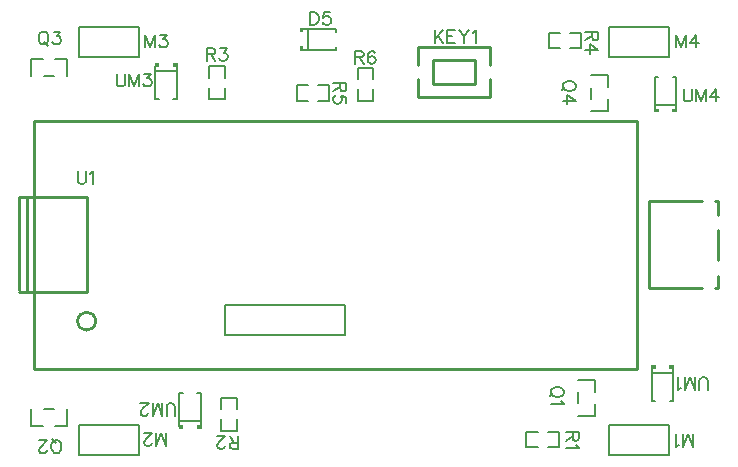
<source format=gto>
G04 Layer: TopSilkscreenLayer*
G04 EasyEDA v6.5.34, 2023-08-13 08:00:09*
G04 3ef975804e8146baa9bbefacfd0b45dc,794d3a8cdbfe417db23b3599569a6dff,10*
G04 Gerber Generator version 0.2*
G04 Scale: 100 percent, Rotated: No, Reflected: No *
G04 Dimensions in millimeters *
G04 leading zeros omitted , absolute positions ,4 integer and 5 decimal *
%FSLAX45Y45*%
%MOMM*%

%ADD10C,0.1524*%
%ADD11C,0.2540*%
%ADD12C,0.2032*%
%ADD13C,0.2030*%

%LPD*%
D10*
X324357Y-3798315D02*
G01*
X334771Y-3793236D01*
X345186Y-3782821D01*
X350520Y-3772407D01*
X355600Y-3756660D01*
X355600Y-3730752D01*
X350520Y-3715257D01*
X345186Y-3704844D01*
X334771Y-3694429D01*
X324357Y-3689350D01*
X303529Y-3689350D01*
X293370Y-3694429D01*
X282955Y-3704844D01*
X277621Y-3715257D01*
X272542Y-3730752D01*
X272542Y-3756660D01*
X277621Y-3772407D01*
X282955Y-3782821D01*
X293370Y-3793236D01*
X303529Y-3798315D01*
X324357Y-3798315D01*
X308863Y-3709923D02*
G01*
X277621Y-3678936D01*
X232918Y-3772407D02*
G01*
X232918Y-3777487D01*
X227837Y-3787902D01*
X222504Y-3793236D01*
X212089Y-3798315D01*
X191515Y-3798315D01*
X181102Y-3793236D01*
X175768Y-3787902D01*
X170687Y-3777487D01*
X170687Y-3767073D01*
X175768Y-3756660D01*
X186181Y-3741165D01*
X238252Y-3689350D01*
X165354Y-3689350D01*
X2463800Y-62484D02*
G01*
X2463800Y-171450D01*
X2463800Y-62484D02*
G01*
X2500122Y-62484D01*
X2515870Y-67563D01*
X2526029Y-77978D01*
X2531363Y-88392D01*
X2536443Y-104139D01*
X2536443Y-130047D01*
X2531363Y-145542D01*
X2526029Y-155955D01*
X2515870Y-166370D01*
X2500122Y-171450D01*
X2463800Y-171450D01*
X2633218Y-62484D02*
G01*
X2581147Y-62484D01*
X2576068Y-109220D01*
X2581147Y-104139D01*
X2596895Y-98805D01*
X2612390Y-98805D01*
X2627884Y-104139D01*
X2638297Y-114300D01*
X2643631Y-130047D01*
X2643631Y-140462D01*
X2638297Y-155955D01*
X2627884Y-166370D01*
X2612390Y-171450D01*
X2596895Y-171450D01*
X2581147Y-166370D01*
X2576068Y-161289D01*
X2570734Y-150876D01*
X3517900Y-214884D02*
G01*
X3517900Y-323850D01*
X3590543Y-214884D02*
G01*
X3517900Y-287528D01*
X3543808Y-261620D02*
G01*
X3590543Y-323850D01*
X3624834Y-214884D02*
G01*
X3624834Y-323850D01*
X3624834Y-214884D02*
G01*
X3692397Y-214884D01*
X3624834Y-266700D02*
G01*
X3666490Y-266700D01*
X3624834Y-323850D02*
G01*
X3692397Y-323850D01*
X3726688Y-214884D02*
G01*
X3768343Y-266700D01*
X3768343Y-323850D01*
X3810000Y-214884D02*
G01*
X3768343Y-266700D01*
X3844290Y-235712D02*
G01*
X3854450Y-230378D01*
X3870197Y-214884D01*
X3870197Y-323850D01*
X4611115Y-3269742D02*
G01*
X4606036Y-3259328D01*
X4595622Y-3248913D01*
X4585208Y-3243579D01*
X4569459Y-3238500D01*
X4543552Y-3238500D01*
X4528058Y-3243579D01*
X4517643Y-3248913D01*
X4507229Y-3259328D01*
X4502150Y-3269742D01*
X4502150Y-3290570D01*
X4507229Y-3300729D01*
X4517643Y-3311144D01*
X4528058Y-3316478D01*
X4543552Y-3321557D01*
X4569459Y-3321557D01*
X4585208Y-3316478D01*
X4595622Y-3311144D01*
X4606036Y-3300729D01*
X4611115Y-3290570D01*
X4611115Y-3269742D01*
X4522724Y-3285236D02*
G01*
X4491736Y-3316478D01*
X4590288Y-3355847D02*
G01*
X4595622Y-3366262D01*
X4611115Y-3382010D01*
X4502150Y-3382010D01*
X196342Y-227584D02*
G01*
X185928Y-232663D01*
X175513Y-243078D01*
X170179Y-253492D01*
X165100Y-269239D01*
X165100Y-295147D01*
X170179Y-310642D01*
X175513Y-321055D01*
X185928Y-331470D01*
X196342Y-336550D01*
X217170Y-336550D01*
X227329Y-331470D01*
X237744Y-321055D01*
X243078Y-310642D01*
X248157Y-295147D01*
X248157Y-269239D01*
X243078Y-253492D01*
X237744Y-243078D01*
X227329Y-232663D01*
X217170Y-227584D01*
X196342Y-227584D01*
X211836Y-315976D02*
G01*
X243078Y-346963D01*
X292862Y-227584D02*
G01*
X350012Y-227584D01*
X318770Y-269239D01*
X334518Y-269239D01*
X344931Y-274320D01*
X350012Y-279400D01*
X355345Y-295147D01*
X355345Y-305562D01*
X350012Y-321055D01*
X339597Y-331470D01*
X324104Y-336550D01*
X308610Y-336550D01*
X292862Y-331470D01*
X287781Y-326389D01*
X282447Y-315976D01*
X4712715Y-678942D02*
G01*
X4707636Y-668528D01*
X4697222Y-658113D01*
X4686808Y-652779D01*
X4671059Y-647700D01*
X4645152Y-647700D01*
X4629658Y-652779D01*
X4619243Y-658113D01*
X4608829Y-668528D01*
X4603750Y-678942D01*
X4603750Y-699770D01*
X4608829Y-709929D01*
X4619243Y-720344D01*
X4629658Y-725678D01*
X4645152Y-730757D01*
X4671059Y-730757D01*
X4686808Y-725678D01*
X4697222Y-720344D01*
X4707636Y-709929D01*
X4712715Y-699770D01*
X4712715Y-678942D01*
X4624324Y-694436D02*
G01*
X4593336Y-725678D01*
X4712715Y-817118D02*
G01*
X4640072Y-765047D01*
X4640072Y-843026D01*
X4712715Y-817118D02*
G01*
X4603750Y-817118D01*
X4738115Y-3619500D02*
G01*
X4629150Y-3619500D01*
X4738115Y-3619500D02*
G01*
X4738115Y-3666236D01*
X4733036Y-3681729D01*
X4727702Y-3687063D01*
X4717288Y-3692144D01*
X4706874Y-3692144D01*
X4696459Y-3687063D01*
X4691379Y-3681729D01*
X4686300Y-3666236D01*
X4686300Y-3619500D01*
X4686300Y-3655821D02*
G01*
X4629150Y-3692144D01*
X4717288Y-3726434D02*
G01*
X4722622Y-3736847D01*
X4738115Y-3752595D01*
X4629150Y-3752595D01*
X1854200Y-3760215D02*
G01*
X1854200Y-3651250D01*
X1854200Y-3760215D02*
G01*
X1807463Y-3760215D01*
X1791970Y-3755136D01*
X1786636Y-3749802D01*
X1781555Y-3739387D01*
X1781555Y-3728973D01*
X1786636Y-3718560D01*
X1791970Y-3713479D01*
X1807463Y-3708400D01*
X1854200Y-3708400D01*
X1817878Y-3708400D02*
G01*
X1781555Y-3651250D01*
X1741931Y-3734307D02*
G01*
X1741931Y-3739387D01*
X1736852Y-3749802D01*
X1731518Y-3755136D01*
X1721104Y-3760215D01*
X1700529Y-3760215D01*
X1690115Y-3755136D01*
X1684781Y-3749802D01*
X1679702Y-3739387D01*
X1679702Y-3728973D01*
X1684781Y-3718560D01*
X1695195Y-3703065D01*
X1747265Y-3651250D01*
X1674368Y-3651250D01*
X1587500Y-367284D02*
G01*
X1587500Y-476250D01*
X1587500Y-367284D02*
G01*
X1634236Y-367284D01*
X1649729Y-372363D01*
X1655063Y-377697D01*
X1660144Y-388112D01*
X1660144Y-398526D01*
X1655063Y-408939D01*
X1649729Y-414020D01*
X1634236Y-419100D01*
X1587500Y-419100D01*
X1623821Y-419100D02*
G01*
X1660144Y-476250D01*
X1704847Y-367284D02*
G01*
X1761997Y-367284D01*
X1731010Y-408939D01*
X1746504Y-408939D01*
X1756918Y-414020D01*
X1761997Y-419100D01*
X1767331Y-434847D01*
X1767331Y-445262D01*
X1761997Y-460755D01*
X1751584Y-471170D01*
X1736089Y-476250D01*
X1720595Y-476250D01*
X1704847Y-471170D01*
X1699768Y-466089D01*
X1694434Y-455676D01*
X4903215Y-228600D02*
G01*
X4794250Y-228600D01*
X4903215Y-228600D02*
G01*
X4903215Y-275336D01*
X4898136Y-290829D01*
X4892802Y-296163D01*
X4882388Y-301244D01*
X4871974Y-301244D01*
X4861559Y-296163D01*
X4856479Y-290829D01*
X4851400Y-275336D01*
X4851400Y-228600D01*
X4851400Y-264921D02*
G01*
X4794250Y-301244D01*
X4903215Y-387604D02*
G01*
X4830572Y-335534D01*
X4830572Y-413512D01*
X4903215Y-387604D02*
G01*
X4794250Y-387604D01*
X2769615Y-660400D02*
G01*
X2660650Y-660400D01*
X2769615Y-660400D02*
G01*
X2769615Y-707136D01*
X2764536Y-722629D01*
X2759202Y-727963D01*
X2748788Y-733044D01*
X2738374Y-733044D01*
X2727959Y-727963D01*
X2722879Y-722629D01*
X2717800Y-707136D01*
X2717800Y-660400D01*
X2717800Y-696721D02*
G01*
X2660650Y-733044D01*
X2769615Y-829818D02*
G01*
X2769615Y-777747D01*
X2722879Y-772668D01*
X2727959Y-777747D01*
X2733293Y-793495D01*
X2733293Y-808989D01*
X2727959Y-824484D01*
X2717800Y-834897D01*
X2702052Y-840231D01*
X2691638Y-840231D01*
X2676143Y-834897D01*
X2665729Y-824484D01*
X2660650Y-808989D01*
X2660650Y-793495D01*
X2665729Y-777747D01*
X2670809Y-772668D01*
X2681224Y-767334D01*
X2844800Y-392684D02*
G01*
X2844800Y-501650D01*
X2844800Y-392684D02*
G01*
X2891536Y-392684D01*
X2907029Y-397763D01*
X2912363Y-403097D01*
X2917443Y-413512D01*
X2917443Y-423926D01*
X2912363Y-434339D01*
X2907029Y-439420D01*
X2891536Y-444500D01*
X2844800Y-444500D01*
X2881122Y-444500D02*
G01*
X2917443Y-501650D01*
X3014218Y-408178D02*
G01*
X3008884Y-397763D01*
X2993390Y-392684D01*
X2982975Y-392684D01*
X2967481Y-397763D01*
X2957068Y-413512D01*
X2951734Y-439420D01*
X2951734Y-465328D01*
X2957068Y-486155D01*
X2967481Y-496570D01*
X2982975Y-501650D01*
X2988309Y-501650D01*
X3003804Y-496570D01*
X3014218Y-486155D01*
X3019297Y-470662D01*
X3019297Y-465328D01*
X3014218Y-449834D01*
X3003804Y-439420D01*
X2988309Y-434339D01*
X2982975Y-434339D01*
X2967481Y-439420D01*
X2957068Y-449834D01*
X2951734Y-465328D01*
X495300Y-1408684D02*
G01*
X495300Y-1486662D01*
X500379Y-1502155D01*
X510794Y-1512570D01*
X526542Y-1517650D01*
X536955Y-1517650D01*
X552450Y-1512570D01*
X562863Y-1502155D01*
X567944Y-1486662D01*
X567944Y-1408684D01*
X602234Y-1429512D02*
G01*
X612647Y-1424178D01*
X628395Y-1408684D01*
X628395Y-1517650D01*
X5829223Y-3264915D02*
G01*
X5829223Y-3186937D01*
X5824143Y-3171444D01*
X5813729Y-3161029D01*
X5798235Y-3155950D01*
X5787821Y-3155950D01*
X5772073Y-3161029D01*
X5761659Y-3171444D01*
X5756579Y-3186937D01*
X5756579Y-3264915D01*
X5722289Y-3264915D02*
G01*
X5722289Y-3155950D01*
X5722289Y-3264915D02*
G01*
X5680633Y-3155950D01*
X5639231Y-3264915D02*
G01*
X5680633Y-3155950D01*
X5639231Y-3264915D02*
G01*
X5639231Y-3155950D01*
X5604941Y-3244087D02*
G01*
X5594527Y-3249421D01*
X5578779Y-3264915D01*
X5578779Y-3155950D01*
X1320723Y-3480815D02*
G01*
X1320723Y-3402837D01*
X1315643Y-3387344D01*
X1305229Y-3376929D01*
X1289735Y-3371850D01*
X1279321Y-3371850D01*
X1263573Y-3376929D01*
X1253159Y-3387344D01*
X1248079Y-3402837D01*
X1248079Y-3480815D01*
X1213789Y-3480815D02*
G01*
X1213789Y-3371850D01*
X1213789Y-3480815D02*
G01*
X1172133Y-3371850D01*
X1130731Y-3480815D02*
G01*
X1172133Y-3371850D01*
X1130731Y-3480815D02*
G01*
X1130731Y-3371850D01*
X1091107Y-3454907D02*
G01*
X1091107Y-3459987D01*
X1086027Y-3470402D01*
X1080693Y-3475736D01*
X1070279Y-3480815D01*
X1049705Y-3480815D01*
X1039291Y-3475736D01*
X1033957Y-3470402D01*
X1028877Y-3459987D01*
X1028877Y-3449573D01*
X1033957Y-3439160D01*
X1044371Y-3423665D01*
X1096441Y-3371850D01*
X1023543Y-3371850D01*
X825576Y-583184D02*
G01*
X825576Y-661162D01*
X830656Y-676655D01*
X841070Y-687070D01*
X856564Y-692150D01*
X866978Y-692150D01*
X882726Y-687070D01*
X893140Y-676655D01*
X898220Y-661162D01*
X898220Y-583184D01*
X932510Y-583184D02*
G01*
X932510Y-692150D01*
X932510Y-583184D02*
G01*
X974166Y-692150D01*
X1015568Y-583184D02*
G01*
X974166Y-692150D01*
X1015568Y-583184D02*
G01*
X1015568Y-692150D01*
X1060272Y-583184D02*
G01*
X1117422Y-583184D01*
X1086434Y-624839D01*
X1101928Y-624839D01*
X1112342Y-629920D01*
X1117422Y-635000D01*
X1122756Y-650747D01*
X1122756Y-661162D01*
X1117422Y-676655D01*
X1107008Y-687070D01*
X1091514Y-692150D01*
X1076020Y-692150D01*
X1060272Y-687070D01*
X1055192Y-681989D01*
X1049858Y-671576D01*
X5626176Y-710184D02*
G01*
X5626176Y-788162D01*
X5631256Y-803655D01*
X5641670Y-814070D01*
X5657164Y-819150D01*
X5667578Y-819150D01*
X5683326Y-814070D01*
X5693740Y-803655D01*
X5698820Y-788162D01*
X5698820Y-710184D01*
X5733110Y-710184D02*
G01*
X5733110Y-819150D01*
X5733110Y-710184D02*
G01*
X5774766Y-819150D01*
X5816168Y-710184D02*
G01*
X5774766Y-819150D01*
X5816168Y-710184D02*
G01*
X5816168Y-819150D01*
X5902528Y-710184D02*
G01*
X5850458Y-782828D01*
X5928436Y-782828D01*
X5902528Y-710184D02*
G01*
X5902528Y-819150D01*
X5702300Y-3747515D02*
G01*
X5702300Y-3638550D01*
X5702300Y-3747515D02*
G01*
X5660643Y-3638550D01*
X5619241Y-3747515D02*
G01*
X5660643Y-3638550D01*
X5619241Y-3747515D02*
G01*
X5619241Y-3638550D01*
X5584952Y-3726687D02*
G01*
X5574538Y-3732021D01*
X5558790Y-3747515D01*
X5558790Y-3638550D01*
X1244600Y-3734815D02*
G01*
X1244600Y-3625850D01*
X1244600Y-3734815D02*
G01*
X1202944Y-3625850D01*
X1161542Y-3734815D02*
G01*
X1202944Y-3625850D01*
X1161542Y-3734815D02*
G01*
X1161542Y-3625850D01*
X1121918Y-3708907D02*
G01*
X1121918Y-3713987D01*
X1116837Y-3724402D01*
X1111504Y-3729736D01*
X1101089Y-3734815D01*
X1080515Y-3734815D01*
X1070102Y-3729736D01*
X1064768Y-3724402D01*
X1059687Y-3713987D01*
X1059687Y-3703573D01*
X1064768Y-3693160D01*
X1075181Y-3677665D01*
X1127252Y-3625850D01*
X1054354Y-3625850D01*
X1066800Y-252984D02*
G01*
X1066800Y-361950D01*
X1066800Y-252984D02*
G01*
X1108455Y-361950D01*
X1149857Y-252984D02*
G01*
X1108455Y-361950D01*
X1149857Y-252984D02*
G01*
X1149857Y-361950D01*
X1194562Y-252984D02*
G01*
X1251712Y-252984D01*
X1220470Y-294639D01*
X1236218Y-294639D01*
X1246631Y-299720D01*
X1251712Y-304800D01*
X1257045Y-320547D01*
X1257045Y-330962D01*
X1251712Y-346455D01*
X1241297Y-356870D01*
X1225804Y-361950D01*
X1210310Y-361950D01*
X1194562Y-356870D01*
X1189481Y-351789D01*
X1184147Y-341376D01*
X5562600Y-252984D02*
G01*
X5562600Y-361950D01*
X5562600Y-252984D02*
G01*
X5604256Y-361950D01*
X5645658Y-252984D02*
G01*
X5604256Y-361950D01*
X5645658Y-252984D02*
G01*
X5645658Y-361950D01*
X5732018Y-252984D02*
G01*
X5679947Y-325628D01*
X5757925Y-325628D01*
X5732018Y-252984D02*
G01*
X5732018Y-361950D01*
G36*
X2377033Y-194360D02*
G01*
X2377033Y-234848D01*
X2407513Y-234848D01*
X2407513Y-194360D01*
G37*
G36*
X2377033Y-349351D02*
G01*
X2377033Y-389839D01*
X2407513Y-389839D01*
X2407513Y-349351D01*
G37*
G36*
X5505551Y-3050133D02*
G01*
X5505551Y-3080613D01*
X5546039Y-3080613D01*
X5546039Y-3050133D01*
G37*
G36*
X5350560Y-3050133D02*
G01*
X5350560Y-3080613D01*
X5391048Y-3080613D01*
X5391048Y-3050133D01*
G37*
G36*
X1350060Y-3561486D02*
G01*
X1350060Y-3591966D01*
X1390548Y-3591966D01*
X1390548Y-3561486D01*
G37*
G36*
X1505051Y-3561486D02*
G01*
X1505051Y-3591966D01*
X1545539Y-3591966D01*
X1545539Y-3561486D01*
G37*
G36*
X1301851Y-497433D02*
G01*
X1301851Y-527913D01*
X1342339Y-527913D01*
X1342339Y-497433D01*
G37*
G36*
X1146860Y-497433D02*
G01*
X1146860Y-527913D01*
X1187348Y-527913D01*
X1187348Y-497433D01*
G37*
G36*
X5375960Y-881786D02*
G01*
X5375960Y-912266D01*
X5416448Y-912266D01*
X5416448Y-881786D01*
G37*
G36*
X5530951Y-881786D02*
G01*
X5530951Y-912266D01*
X5571439Y-912266D01*
X5571439Y-881786D01*
G37*
X2399878Y-201978D02*
G01*
X2680121Y-201978D01*
X2680121Y-201978D02*
G01*
X2680121Y-229778D01*
X2399878Y-382221D02*
G01*
X2680121Y-382221D01*
X2680121Y-382221D02*
G01*
X2680121Y-354421D01*
X2442822Y-201978D02*
G01*
X2442822Y-382221D01*
D11*
X3377999Y-510174D02*
G01*
X3377999Y-361500D01*
X3377999Y-781499D02*
G01*
X3377999Y-632825D01*
X3988003Y-510174D02*
G01*
X3988003Y-361500D01*
X3988003Y-781499D02*
G01*
X3988003Y-632825D01*
X3988003Y-361500D02*
G01*
X3377999Y-361500D01*
X3988003Y-781499D02*
G01*
X3377999Y-781499D01*
X3860800Y-673100D02*
G01*
X3505200Y-673100D01*
X3505200Y-469900D01*
X3860800Y-469900D01*
X3860800Y-673100D01*
D10*
X4727978Y-3480020D02*
G01*
X4873221Y-3480020D01*
X4873221Y-3376858D01*
X4727978Y-3174779D02*
G01*
X4873221Y-3174779D01*
X4873221Y-3277941D01*
X4727978Y-3372939D02*
G01*
X4727978Y-3281860D01*
X101379Y-3419878D02*
G01*
X101379Y-3565121D01*
X204541Y-3565121D01*
X406620Y-3419878D02*
G01*
X406620Y-3565121D01*
X303458Y-3565121D01*
X208460Y-3419878D02*
G01*
X299539Y-3419878D01*
X406620Y-606021D02*
G01*
X406620Y-460778D01*
X303458Y-460778D01*
X101379Y-606021D02*
G01*
X101379Y-460778D01*
X204541Y-460778D01*
X299539Y-606021D02*
G01*
X208460Y-606021D01*
X4842278Y-901920D02*
G01*
X4987521Y-901920D01*
X4987521Y-798758D01*
X4842278Y-596679D02*
G01*
X4987521Y-596679D01*
X4987521Y-699841D01*
X4842278Y-794839D02*
G01*
X4842278Y-703760D01*
X4474921Y-3749060D02*
G01*
X4570808Y-3749060D01*
X4570808Y-3616939D01*
X4474921Y-3616939D01*
X4389678Y-3749060D02*
G01*
X4293791Y-3749060D01*
X4293791Y-3616939D01*
X4389678Y-3616939D01*
X1711939Y-3509721D02*
G01*
X1711939Y-3605608D01*
X1844060Y-3605608D01*
X1844060Y-3509721D01*
X1711939Y-3424478D02*
G01*
X1711939Y-3328591D01*
X1844060Y-3328591D01*
X1844060Y-3424478D01*
X1742460Y-617778D02*
G01*
X1742460Y-521891D01*
X1610339Y-521891D01*
X1610339Y-617778D01*
X1742460Y-703021D02*
G01*
X1742460Y-798908D01*
X1610339Y-798908D01*
X1610339Y-703021D01*
X4665421Y-370860D02*
G01*
X4761308Y-370860D01*
X4761308Y-238739D01*
X4665421Y-238739D01*
X4580178Y-370860D02*
G01*
X4484291Y-370860D01*
X4484291Y-238739D01*
X4580178Y-238739D01*
X2531821Y-815360D02*
G01*
X2627708Y-815360D01*
X2627708Y-683239D01*
X2531821Y-683239D01*
X2446578Y-815360D02*
G01*
X2350691Y-815360D01*
X2350691Y-683239D01*
X2446578Y-683239D01*
X2999760Y-630478D02*
G01*
X2999760Y-534591D01*
X2867639Y-534591D01*
X2867639Y-630478D01*
X2999760Y-715721D02*
G01*
X2999760Y-811608D01*
X2867639Y-811608D01*
X2867639Y-715721D01*
D11*
X129700Y-981999D02*
G01*
X5229699Y-981999D01*
X5229699Y-981999D02*
G01*
X5229699Y-3082000D01*
X63380Y-1632000D02*
G01*
X63380Y-2431999D01*
X571500Y-1632000D02*
G01*
X571500Y-2431999D01*
X-299Y-1632000D02*
G01*
X-299Y-2413000D01*
X-299Y-1632000D02*
G01*
X571500Y-1632000D01*
X-299Y-2431999D02*
G01*
X571500Y-2431999D01*
X129700Y-3082000D02*
G01*
X129700Y-981999D01*
X5229699Y-3082000D02*
G01*
X129700Y-3082000D01*
X5918200Y-1663700D02*
G01*
X5892800Y-1663700D01*
X5918200Y-2400300D02*
G01*
X5892800Y-2400300D01*
X5918200Y-1663700D02*
G01*
X5918200Y-1778000D01*
X5918200Y-2159000D02*
G01*
X5918200Y-1905000D01*
X5918200Y-2400300D02*
G01*
X5918200Y-2298700D01*
X5778500Y-2400300D02*
G01*
X5334000Y-2400300D01*
X5334000Y-2400300D02*
G01*
X5334000Y-1663700D01*
X5778500Y-1663700D01*
D12*
X2755900Y-2540000D02*
G01*
X2755900Y-2794000D01*
X1739900Y-2794000D01*
X1739900Y-2540000D01*
X1930400Y-2540000D01*
D13*
X2755900Y-2540000D02*
G01*
X1930400Y-2540000D01*
D10*
X5538421Y-3072978D02*
G01*
X5538421Y-3353221D01*
X5538421Y-3353221D02*
G01*
X5510621Y-3353221D01*
X5358178Y-3072978D02*
G01*
X5358178Y-3353221D01*
X5358178Y-3353221D02*
G01*
X5385978Y-3353221D01*
X5538421Y-3115922D02*
G01*
X5358178Y-3115922D01*
X1357678Y-3569121D02*
G01*
X1357678Y-3288878D01*
X1357678Y-3288878D02*
G01*
X1385478Y-3288878D01*
X1537921Y-3569121D02*
G01*
X1537921Y-3288878D01*
X1537921Y-3288878D02*
G01*
X1510121Y-3288878D01*
X1357678Y-3526177D02*
G01*
X1537921Y-3526177D01*
X1334721Y-520278D02*
G01*
X1334721Y-800521D01*
X1334721Y-800521D02*
G01*
X1306921Y-800521D01*
X1154478Y-520278D02*
G01*
X1154478Y-800521D01*
X1154478Y-800521D02*
G01*
X1182278Y-800521D01*
X1334721Y-563222D02*
G01*
X1154478Y-563222D01*
X5383578Y-889421D02*
G01*
X5383578Y-609178D01*
X5383578Y-609178D02*
G01*
X5411378Y-609178D01*
X5563821Y-889421D02*
G01*
X5563821Y-609178D01*
X5563821Y-609178D02*
G01*
X5536021Y-609178D01*
X5383578Y-846477D02*
G01*
X5563821Y-846477D01*
D12*
X4991100Y-3810000D02*
G01*
X4991100Y-3558539D01*
X5499100Y-3558539D01*
X5499100Y-3810000D01*
X4991100Y-3810000D01*
X508000Y-3810000D02*
G01*
X508000Y-3558539D01*
X1016000Y-3558539D01*
X1016000Y-3810000D01*
X508000Y-3810000D01*
X508000Y-444500D02*
G01*
X508000Y-193039D01*
X1016000Y-193039D01*
X1016000Y-444500D01*
X508000Y-444500D01*
X4991100Y-444500D02*
G01*
X4991100Y-193039D01*
X5499100Y-193039D01*
X5499100Y-444500D01*
X4991100Y-444500D01*
D11*
G75*
G01
X647700Y-2679700D02*
G03X647700Y-2679700I-76200J0D01*
M02*

</source>
